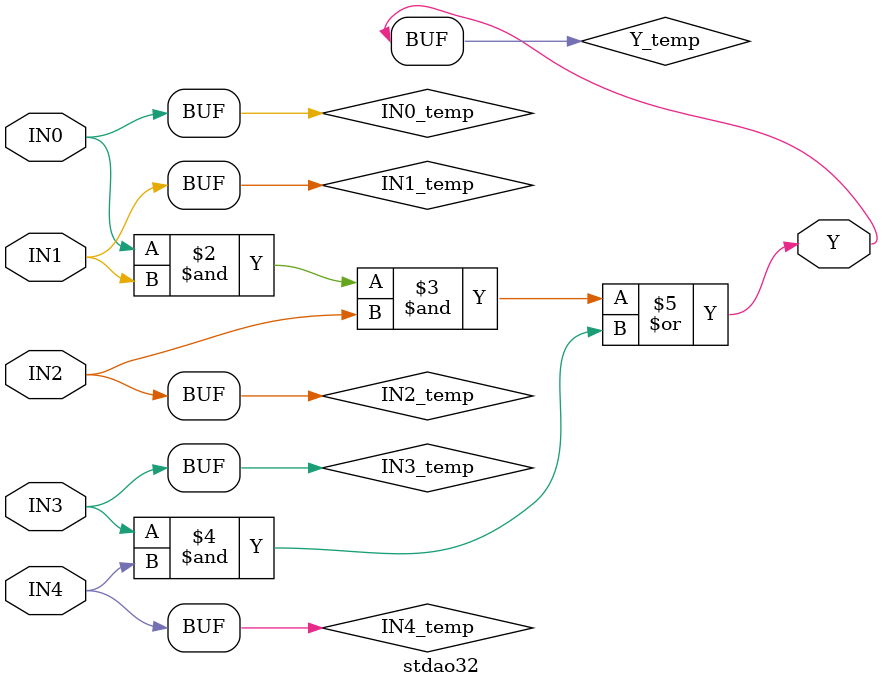
<source format=v>
module stdao32(IN0,IN1,IN2,IN3,IN4,Y);
  parameter
        d_IN0_r = 0,
        d_IN0_f = 0,
        d_IN1_r = 0,
        d_IN1_f = 0,
        d_IN2_r = 0,
        d_IN2_f = 0,
        d_IN3_r = 0,
        d_IN3_f = 0,
        d_IN4_r = 0,
        d_IN4_f = 0,
        d_Y_r = 1,
        d_Y_f = 1;
  input  IN0;
  input  IN1;
  input  IN2;
  input  IN3;
  input  IN4;
  output  Y;
  wire  IN0_temp;
  wire  IN1_temp;
  wire  IN2_temp;
  wire  IN3_temp;
  wire  IN4_temp;
  reg  Y_temp;
  assign #(d_IN0_r,d_IN0_f) IN0_temp = IN0;
  assign #(d_IN1_r,d_IN1_f) IN1_temp = IN1;
  assign #(d_IN2_r,d_IN2_f) IN2_temp = IN2;
  assign #(d_IN3_r,d_IN3_f) IN3_temp = IN3;
  assign #(d_IN4_r,d_IN4_f) IN4_temp = IN4;
  assign #(d_Y_r,d_Y_f) Y = Y_temp;
  always
    @(IN0_temp or IN1_temp or IN2_temp or IN3_temp or IN4_temp)
      begin
      Y_temp = (((IN0_temp & IN1_temp) & IN2_temp) | (IN3_temp & IN4_temp));
      end
endmodule

</source>
